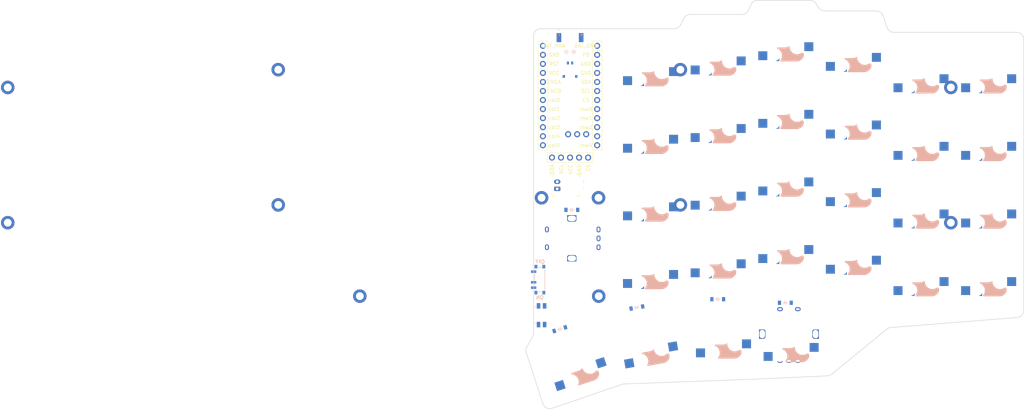
<source format=kicad_pcb>
(kicad_pcb (version 20240108) (generator "ergogen") (generator_version "4.1.0")
  (title_block (title "right") (date "2025-04-17") (rev "v1.0.0") (company "Unknown"))
  (layers (0 "F.Cu" signal) (31 "B.Cu" signal) (34 "B.Paste" user) (35 "F.Paste" user) (36 "B.SilkS" user "B.Silkscreen") (37 "F.SilkS" user "F.Silkscreen") (38 "B.Mask" user) (39 "F.Mask" user) (44 "Edge.Cuts" user))
  (net 0 "")
  (net 1 "col0")
  (net 2 "mirror_outer_bottom")
  (net 3 "GND")
  (net 4 "D1")
  (net 5 "D2")
  (net 6 "mirror_outer_home")
  (net 7 "mirror_outer_top")
  (net 8 "mirror_outer_num")
  (net 9 "col1")
  (net 10 "mirror_pinky_bottom")
  (net 11 "mirror_pinky_home")
  (net 12 "mirror_pinky_top")
  (net 13 "mirror_pinky_num")
  (net 14 "col2")
  (net 15 "mirror_ring_bottom")
  (net 16 "mirror_ring_home")
  (net 17 "mirror_ring_top")
  (net 18 "mirror_ring_num")
  (net 19 "col3")
  (net 20 "mirror_middle_bottom")
  (net 21 "mirror_middle_home")
  (net 22 "mirror_middle_top")
  (net 23 "mirror_middle_num")
  (net 24 "col4")
  (net 25 "mirror_index_bottom")
  (net 26 "mirror_index_home")
  (net 27 "mirror_index_top")
  (net 28 "mirror_index_num")
  (net 29 "col5")
  (net 30 "mirror_inner_bottom")
  (net 31 "mirror_inner_home")
  (net 32 "mirror_inner_top")
  (net 33 "mirror_inner_num")
  (net 34 "mirror_inner_cluster")
  (net 35 "mirror_home_cluster")
  (net 36 "mirror_layer_cluster")
  (net 37 "mirror_space_cluster")
  (net 38 "row3")
  (net 39 "row2")
  (net 40 "row1")
  (net 41 "row0")
  (net 42 "row4")
  (net 43 "mirror_scrollwheel_enc")
  (net 44 "scrollwheel_enc")
  (net 45 "ENCA")
  (net 46 "ENCB")
  (net 47 "ENCC")
  (net 48 "ENCD")
  (net 49 "BAT_RAW")
  (net 50 "RST")
  (net 51 "VCC")
  (net 52 "BAT_GND")
  (net 53 "P0")
  (net 54 "SDA")
  (net 55 "SCL")
  (net 56 "CS")
  (net 57 "P107")
  (net 58 "MCU1_24")
  (net 59 "MCU1_1")
  (net 60 "MCU1_23")
  (net 61 "MCU1_2")
  (net 62 "MCU1_22")
  (net 63 "MCU1_3")
  (net 64 "MCU1_21")
  (net 65 "MCU1_4")
  (net 66 "MCU1_20")
  (net 67 "MCU1_5")
  (net 68 "MCU1_19")
  (net 69 "MCU1_6")
  (net 70 "MCU1_18")
  (net 71 "MCU1_7")
  (net 72 "MCU1_17")
  (net 73 "MCU1_8")
  (net 74 "MCU1_16")
  (net 75 "MCU1_9")
  (net 76 "MCU1_15")
  (net 77 "MCU1_10")
  (net 78 "MCU1_14")
  (net 79 "MCU1_11")
  (net 80 "MCU1_13")
  (net 81 "MCU1_12")
  (net 82 "ON_P")
  (net 83 "PAD_3")
  (net 84 "PAD_4")
  (net 85 "PAD_5")
  (net 86 "DISP1_1")
  (net 87 "DISP1_2")
  (net 88 "DISP1_4")
  (net 89 "DISP1_5")
  (net 90 "JST1_1")
  (net 91 "JST1_2")
  (footprint "ceoloide:switch_mx" (layer "B.Cu") (at 335 131 -180)
    (property "Reference" "S1" hide)
    (pad "" np_thru_hole circle (at 0 0 -180) (size 4.1 4.1) (drill 4.1) (layers "*.Cu" "*.Mask"))
    (pad "" np_thru_hole circle (at 5.08 0 -180) (size 1.9 1.9) (drill 1.9) (layers "*.Cu" "*.Mask"))
    (pad "" np_thru_hole circle (at -5.08 0 -180) (size 1.9 1.9) (drill 1.9) (layers "*.Cu" "*.Mask"))
    (pad "" np_thru_hole circle (at 2.54 -5.08 180) (size 3 3) (drill 3) (layers "F&B.Cu" "*.Mask"))
    (pad "" np_thru_hole circle (at -3.81 -2.54 180) (size 3 3) (drill 3) (layers "F&B.Cu" "*.Mask"))
    (pad "1" smd rect (at -7.085 -2.54 -180) (size 2.55 2.5) (layers "B.Cu" "B.Paste" "B.Mask") (net 1 "col0"))
    (pad "2" smd rect (at 5.842 -5.08 -180) (size 2.55 2.5) (layers "B.Cu" "B.Paste" "B.Mask") (net 2 "mirror_outer_bottom"))
  )
  (footprint "ceoloide:switch_mx" (layer "B.Cu") (at 335 112 -180)
    (property "Reference" "S2" hide)
    (pad "" np_thru_hole circle (at 0 0 -180) (size 4.1 4.1) (drill 4.1) (layers "*.Cu" "*.Mask"))
    (pad "" np_thru_hole circle (at 5.08 0 -180) (size 1.9 1.9) (drill 1.9) (layers "*.Cu" "*.Mask"))
    (pad "" np_thru_hole circle (at -5.08 0 -180) (size 1.9 1.9) (drill 1.9) (layers "*.Cu" "*.Mask"))
    (pad "" np_thru_hole circle (at 2.54 -5.08 180) (size 3 3) (drill 3) (layers "F&B.Cu" "*.Mask"))
    (pad "" np_thru_hole circle (at -3.81 -2.54 180) (size 3 3) (drill 3) (layers "F&B.Cu" "*.Mask"))
    (pad "1" smd rect (at -7.085 -2.54 -180) (size 2.55 2.5) (layers "B.Cu" "B.Paste" "B.Mask") (net 1 "col0"))
    (pad "2" smd rect (at 5.842 -5.08 -180) (size 2.55 2.5) (layers "B.Cu" "B.Paste" "B.Mask") (net 6 "mirror_outer_home"))
  )
  (footprint "ceoloide:switch_mx" (layer "B.Cu") (at 335 93 -180)
    (property "Reference" "S3" hide)
    (pad "" np_thru_hole circle (at 0 0 -180) (size 4.1 4.1) (drill 4.1) (layers "*.Cu" "*.Mask"))
    (pad "" np_thru_hole circle (at 5.08 0 -180) (size 1.9 1.9) (drill 1.9) (layers "*.Cu" "*.Mask"))
    (pad "" np_thru_hole circle (at -5.08 0 -180) (size 1.9 1.9) (drill 1.9) (layers "*.Cu" "*.Mask"))
    (pad "" np_thru_hole circle (at 2.54 -5.08 180) (size 3 3) (drill 3) (layers "F&B.Cu" "*.Mask"))
    (pad "" np_thru_hole circle (at -3.81 -2.54 180) (size 3 3) (drill 3) (layers "F&B.Cu" "*.Mask"))
    (pad "1" smd rect (at -7.085 -2.54 -180) (size 2.55 2.5) (layers "B.Cu" "B.Paste" "B.Mask") (net 1 "col0"))
    (pad "2" smd rect (at 5.842 -5.08 -180) (size 2.55 2.5) (layers "B.Cu" "B.Paste" "B.Mask") (net 7 "mirror_outer_top"))
  )
  (footprint "ceoloide:switch_mx" (layer "B.Cu") (at 335 74 -180)
    (property "Reference" "S4" hide)
    (pad "" np_thru_hole circle (at 0 0 -180) (size 4.1 4.1) (drill 4.1) (layers "*.Cu" "*.Mask"))
    (pad "" np_thru_hole circle (at 5.08 0 -180) (size 1.9 1.9) (drill 1.9) (layers "*.Cu" "*.Mask"))
    (pad "" np_thru_hole circle (at -5.08 0 -180) (size 1.9 1.9) (drill 1.9) (layers "*.Cu" "*.Mask"))
    (pad "" np_thru_hole circle (at 2.54 -5.08 180) (size 3 3) (drill 3) (layers "F&B.Cu" "*.Mask"))
    (pad "" np_thru_hole circle (at -3.81 -2.54 180) (size 3 3) (drill 3) (layers "F&B.Cu" "*.Mask"))
    (pad "1" smd rect (at -7.085 -2.54 -180) (size 2.55 2.5) (layers "B.Cu" "B.Paste" "B.Mask") (net 1 "col0"))
    (pad "2" smd rect (at 5.842 -5.08 -180) (size 2.55 2.5) (layers "B.Cu" "B.Paste" "B.Mask") (net 8 "mirror_outer_num"))
  )
  (footprint "ceoloide:switch_mx" (layer "B.Cu") (at 316 131 -180)
    (property "Reference" "S5" hide)
    (pad "" np_thru_hole circle (at 0 0 -180) (size 4.1 4.1) (drill 4.1) (layers "*.Cu" "*.Mask"))
    (pad "" np_thru_hole circle (at 5.08 0 -180) (size 1.9 1.9) (drill 1.9) (layers "*.Cu" "*.Mask"))
    (pad "" np_thru_hole circle (at -5.08 0 -180) (size 1.9 1.9) (drill 1.9) (layers "*.Cu" "*.Mask"))
    (pad "" np_thru_hole circle (at 2.54 -5.08 180) (size 3 3) (drill 3) (layers "F&B.Cu" "*.Mask"))
    (pad "" np_thru_hole circle (at -3.81 -2.54 180) (size 3 3) (drill 3) (layers "F&B.Cu" "*.Mask"))
    (pad "1" smd rect (at -7.085 -2.54 -180) (size 2.55 2.5) (layers "B.Cu" "B.Paste" "B.Mask") (net 9 "col1"))
    (pad "2" smd rect (at 5.842 -5.08 -180) (size 2.55 2.5) (layers "B.Cu" "B.Paste" "B.Mask") (net 10 "mirror_pinky_bottom"))
  )
  (footprint "ceoloide:switch_mx" (layer "B.Cu") (at 316 112 -180)
    (property "Reference" "S6" hide)
    (pad "" np_thru_hole circle (at 0 0 -180) (size 4.1 4.1) (drill 4.1) (layers "*.Cu" "*.Mask"))
    (pad "" np_thru_hole circle (at 5.08 0 -180) (size 1.9 1.9) (drill 1.9) (layers "*.Cu" "*.Mask"))
    (pad "" np_thru_hole circle (at -5.08 0 -180) (size 1.9 1.9) (drill 1.9) (layers "*.Cu" "*.Mask"))
    (pad "" np_thru_hole circle (at 2.54 -5.08 180) (size 3 3) (drill 3) (layers "F&B.Cu" "*.Mask"))
    (pad "" np_thru_hole circle (at -3.81 -2.54 180) (size 3 3) (drill 3) (layers "F&B.Cu" "*.Mask"))
    (pad "1" smd rect (at -7.085 -2.54 -180) (size 2.55 2.5) (layers "B.Cu" "B.Paste" "B.Mask") (net 9 "col1"))
    (pad "2" smd rect (at 5.842 -5.08 -180) (size 2.55 2.5) (layers "B.Cu" "B.Paste" "B.Mask") (net 11 "mirror_pinky_home"))
  )
  (footprint "ceoloide:switch_mx" (layer "B.Cu") (at 316 93 -180)
    (property "Reference" "S7" hide)
    (pad "" np_thru_hole circle (at 0 0 -180) (size 4.1 4.1) (drill 4.1) (layers "*.Cu" "*.Mask"))
    (pad "" np_thru_hole circle (at 5.08 0 -180) (size 1.9 1.9) (drill 1.9) (layers "*.Cu" "*.Mask"))
    (pad "" np_thru_hole circle (at -5.08 0 -180) (size 1.9 1.9) (drill 1.9) (layers "*.Cu" "*.Mask"))
    (pad "" np_thru_hole circle (at 2.54 -5.08 180) (size 3 3) (drill 3) (layers "F&B.Cu" "*.Mask"))
    (pad "" np_thru_hole circle (at -3.81 -2.54 180) (size 3 3) (drill 3) (layers "F&B.Cu" "*.Mask"))
    (pad "1" smd rect (at -7.085 -2.54 -180) (size 2.55 2.5) (layers "B.Cu" "B.Paste" "B.Mask") (net 9 "col1"))
    (pad "2" smd rect (at 5.842 -5.08 -180) (size 2.55 2.5) (layers "B.Cu" "B.Paste" "B.Mask") (net 12 "mirror_pinky_top"))
  )
  (footprint "ceoloide:switch_mx" (layer "B.Cu") (at 316 74 -180)
    (property "Reference" "S8" hide)
    (pad "" np_thru_hole circle (at 0 0 -180) (size 4.1 4.1) (drill 4.1) (layers "*.Cu" "*.Mask"))
    (pad "" np_thru_hole circle (at 5.08 0 -180) (size 1.9 1.9) (drill 1.9) (layers "*.Cu" "*.Mask"))
    (pad "" np_thru_hole circle (at -5.08 0 -180) (size 1.9 1.9) (drill 1.9) (layers "*.Cu" "*.Mask"))
    (pad "" np_thru_hole circle (at 2.54 -5.08 180) (size 3 3) (drill 3) (layers "F&B.Cu" "*.Mask"))
    (pad "" np_thru_hole circle (at -3.81 -2.54 180) (size 3 3) (drill 3) (layers "F&B.Cu" "*.Mask"))
    (pad "1" smd rect (at -7.085 -2.54 -180) (size 2.55 2.5) (layers "B.Cu" "B.Paste" "B.Mask") (net 9 "col1"))
    (pad "2" smd rect (at 5.842 -5.08 -180) (size 2.55 2.5) (layers "B.Cu" "B.Paste" "B.Mask") (net 13 "mirror_pinky_num"))
  )
  (footprint "ceoloide:switch_mx" (layer "B.Cu") (at 297 125 -180)
    (property "Reference" "S9" hide)
    (pad "" np_thru_hole circle (at 0 0 -180) (size 4.1 4.1) (drill 4.1) (layers "*.Cu" "*.Mask"))
    (pad "" np_thru_hole circle (at 5.08 0 -180) (size 1.9 1.9) (drill 1.9) (layers "*.Cu" "*.Mask"))
    (pad "" np_thru_hole circle (at -5.08 0 -180) (size 1.9 1.9) (drill 1.9) (layers "*.Cu" "*.Mask"))
    (pad "" np_thru_hole circle (at 2.54 -5.08 180) (size 3 3) (drill 3) (layers "F&B.Cu" "*.Mask"))
    (pad "" np_thru_hole circle (at -3.81 -2.54 180) (size 3 3) (drill 3) (layers "F&B.Cu" "*.Mask"))
    (pad "1" smd rect (at -7.085 -2.54 -180) (size 2.55 2.5) (layers "B.Cu" "B.Paste" "B.Mask") (net 14 "col2"))
    (pad "2" smd rect (at 5.842 -5.08 -180) (size 2.55 2.5) (layers "B.Cu" "B.Paste" "B.Mask") (net 15 "mirror_ring_bottom"))
  )
  (footprint "ceoloide:switch_mx" (layer "B.Cu") (at 297 106 -180)
    (property "Reference" "S10" hide)
    (pad "" np_thru_hole circle (at 0 0 -180) (size 4.1 4.1) (drill 4.1) (layers "*.Cu" "*.Mask"))
    (pad "" np_thru_hole circle (at 5.08 0 -180) (size 1.9 1.9) (drill 1.9) (layers "*.Cu" "*.Mask"))
    (pad "" np_thru_hole circle (at -5.08 0 -180) (size 1.9 1.9) (drill 1.9) (layers "*.Cu" "*.Mask"))
    (pad "" np_thru_hole circle (at 2.54 -5.08 180) (size 3 3) (drill 3) (layers "F&B.Cu" "*.Mask"))
    (pad "" np_thru_hole circle (at -3.81 -2.54 180) (size 3 3) (drill 3) (layers "F&B.Cu" "*.Mask"))
    (pad "1" smd rect (at -7.085 -2.54 -180) (size 2.55 2.5) (layers "B.Cu" "B.Paste" "B.Mask") (net 14 "col2"))
    (pad "2" smd rect (at 5.842 -5.08 -180) (size 2.55 2.5) (layers "B.Cu" "B.Paste" "B.Mask") (net 16 "mirror_ring_home"))
  )
  (footprint "ceoloide:switch_mx" (layer "B.Cu") (at 297 87 -180)
    (property "Reference" "S11" hide)
    (pad "" np_thru_hole circle (at 0 0 -180) (size 4.1 4.1) (drill 4.1) (layers "*.Cu" "*.Mask"))
    (pad "" np_thru_hole circle (at 5.08 0 -180) (size 1.9 1.9) (drill 1.9) (layers "*.Cu" "*.Mask"))
    (pad "" np_thru_hole circle (at -5.08 0 -180) (size 1.9 1.9) (drill 1.9) (layers "*.Cu" "*.Mask"))
    (pad "" np_thru_hole circle (at 2.54 -5.08 180) (size 3 3) (drill 3) (layers "F&B.Cu" "*.Mask"))
    (pad "" np_thru_hole circle (at -3.81 -2.54 180) (size 3 3) (drill 3) (layers "F&B.Cu" "*.Mask"))
    (pad "1" smd rect (at -7.085 -2.54 -180) (size 2.55 2.5) (layers "B.Cu" "B.Paste" "B.Mask") (net 14 "col2"))
    (pad "2" smd rect (at 5.842 -5.08 -180) (size 2.55 2.5) (layers "B.Cu" "B.Paste" "B.Mask") (net 17 "mirror_ring_top"))
  )
  (footprint "ceoloide:switch_mx" (layer "B.Cu") (at 297 68 -180)
    (property "Reference" "S12" hide)
    (pad "" np_thru_hole circle (at 0 0 -180) (size 4.1 4.1) (drill 4.1) (layers "*.Cu" "*.Mask"))
    (pad "" np_thru_hole circle (at 5.08 0 -180) (size 1.9 1.9) (drill 1.9) (layers "*.Cu" "*.Mask"))
    (pad "" np_thru_hole circle (at -5.08 0 -180) (size 1.9 1.9) (drill 1.9) (layers "*.Cu" "*.Mask"))
    (pad "" np_thru_hole circle (at 2.54 -5.08 180) (size 3 3) (drill 3) (layers "F&B.Cu" "*.Mask"))
    (pad "" np_thru_hole circle (at -3.81 -2.54 180) (size 3 3) (drill 3) (layers "F&B.Cu" "*.Mask"))
    (pad "1" smd rect (at -7.085 -2.54 -180) (size 2.55 2.5) (layers "B.Cu" "B.Paste" "B.Mask") (net 14 "col2"))
    (pad "2" smd rect (at 5.842 -5.08 -180) (size 2.55 2.5) (layers "B.Cu" "B.Paste" "B.Mask") (net 18 "mirror_ring_num"))
  )
  (footprint "ceoloide:switch_mx" (layer "B.Cu") (at 278 122 -180)
    (property "Reference" "S13" hide)
    (pad "" np_thru_hole circle (at 0 0 -180) (size 4.1 4.1) (drill 4.1) (layers "*.Cu" "*.Mask"))
    (pad "" np_thru_hole circle (at 5.08 0 -180) (size 1.9 1.9) (drill 1.9) (layers "*.Cu" "*.Mask"))
    (pad "" np_thru_hole circle (at -5.08 0 -180) (size 1.9 1.9) (drill 1.9) (layers "*.Cu" "*.Mask"))
    (pad "" np_thru_hole circle (at 2.54 -5.08 180) (size 3 3) (drill 3) (layers "F&B.Cu" "*.Mask"))
    (pad "" np_thru_hole circle (at -3.81 -2.54 180) (size 3 3) (drill 3) (layers "F&B.Cu" "*.Mask"))
    (pad "1" smd rect (at -7.085 -2.54 -180) (size 2.55 2.5) (layers "B.Cu" "B.Paste" "B.Mask") (net 19 "col3"))
    (pad "2" smd rect (at 5.842 -5.08 -180) (size 2.55 2.5) (layers "B.Cu" "B.Paste" "B.Mask") (net 20 "mirror_middle_bottom"))
  )
  (footprint "ceoloide:switch_mx" (layer "B.Cu") (at 278 103 -180)
    (property "Reference" "S14" hide)
    (pad "" np_thru_hole circle (at 0 0 -180) (size 4.1 4.1) (drill 4.1) (layers "*.Cu" "*.Mask"))
    (pad "" np_thru_hole circle (at 5.08 0 -180) (size 1.9 1.9) (drill 1.9) (layers "*.Cu" "*.Mask"))
    (pad "" np_thru_hole circle (at -5.08 0 -180) (size 1.9 1.9) (drill 1.9) (layers "*.Cu" "*.Mask"))
    (pad "" np_thru_hole circle (at 2.54 -5.08 180) (size 3 3) (drill 3) (layers "F&B.Cu" "*.Mask"))
    (pad "" np_thru_hole circle (at -3.81 -2.54 180) (size 3 3) (drill 3) (layers "F&B.Cu" "*.Mask"))
    (pad "1" smd rect (at -7.085 -2.54 -180) (size 2.55 2.5) (layers "B.Cu" "B.Paste" "B.Mask") (net 19 "col3"))
    (pad "2" smd rect (at 5.842 -5.08 -180) (size 2.55 2.5) (layers "B.Cu" "B.Paste" "B.Mask") (net 21 "mirror_middle_home"))
  )
  (footprint "ceoloide:switch_mx" (layer "B.Cu") (at 278 84 -180)
    (property "Reference" "S15" hide)
    (pad "" np_thru_hole circle (at 0 0 -180) (size 4.1 4.1) (drill 4.1) (layers "*.Cu" "*.Mask"))
    (pad "" np_thru_hole circle (at 5.08 0 -180) (size 1.9 1.9) (drill 1.9) (layers "*.Cu" "*.Mask"))
    (pad "" np_thru_hole circle (at -5.08 0 -180) (size 1.9 1.9) (drill 1.9) (layers "*.Cu" "*.Mask"))
    (pad "" np_thru_hole circle (at 2.54 -5.08 180) (size 3 3) (drill 3) (layers "F&B.Cu" "*.Mask"))
    (pad "" np_thru_hole circle (at -3.81 -2.54 180) (size 3 3) (drill 3) (layers "F&B.Cu" "*.Mask"))
    (pad "1" smd rect (at -7.085 -2.54 -180) (size 2.55 2.5) (layers "B.Cu" "B.Paste" "B.Mask") (net 19 "col3"))
    (pad "2" smd rect (at 5.842 -5.08 -180) (size 2.55 2.5) (layers "B.Cu" "B.Paste" "B.Mask") (net 22 "mirror_middle_top"))
  )
  (footprint "ceoloide:switch_mx" (layer "B.Cu") (at 278 65 -180)
    (property "Reference" "S16" hide)
    (pad "" np_thru_hole circle (at 0 0 -180) (size 4.1 4.1) (drill 4.1) (layers "*.Cu" "*.Mask"))
    (pad "" np_thru_hole circle (at 5.08 0 -180) (size 1.9 1.9) (drill 1.9) (layers "*.Cu" "*.Mask"))
    (pad "" np_thru_hole circle (at -5.08 0 -180) (size 1.9 1.9) (drill 1.9) (layers "*.Cu" "*.Mask"))
    (pad "" np_thru_hole circle (at 2.54 -5.08 180) (size 3 3) (drill 3) (layers "F&B.Cu" "*.Mask"))
    (pad "" np_thru_hole circle (at -3.81 -2.54 180) (size 3 3) (drill 3) (layers "F&B.Cu" "*.Mask"))
    (pad "1" smd rect (at -7.085 -2.54 -180) (size 2.55 2.5) (layers "B.Cu" "B.Paste" "B.Mask") (net 19 "col3"))
    (pad "2" smd rect (at 5.842 -5.08 -180) (size 2.55 2.5) (layers "B.Cu" "B.Paste" "B.Mask") (net 23 "mirror_middle_num"))
  )
  (footprint "ceoloide:switch_mx" (layer "B.Cu") (at 259 126 -180)
    (property "Reference" "S17" hide)
    (pad "" np_thru_hole circle (at 0 0 -180) (size 4.1 4.1) (drill 4.1) (layers "*.Cu" "*.Mask"))
    (pad "" np_thru_hole circle (at 5.08 0 -180) (size 1.9 1.9) (drill 1.9) (layers "*.Cu" "*.Mask"))
    (pad "" np_thru_hole circle (at -5.08 0 -180) (size 1.9 1.9) (drill 1.9) (layers "*.Cu" "*.Mask"))
    (pad "" np_thru_hole circle (at 2.54 -5.08 180) (size 3 3) (drill 3) (layers "F&B.Cu" "*.Mask"))
    (pad "" np_thru_hole circle (at -3.81 -2.54 180) (size 3 3) (drill 3) (layers "F&B.Cu" "*.Mask"))
    (pad "1" smd rect (at -7.085 -2.54 -180) (size 2.55 2.5) (layers "B.Cu" "B.Paste" "B.Mask") (net 24 "col4"))
    (pad "2" smd rect (at 5.842 -5.08 -180) (size 2.55 2.5) (layers "B.Cu" "B.Paste" "B.Mask") (net 25 "mirror_index_bottom"))
  )
  (footprint "ceoloide:switch_mx" (layer "B.Cu") (at 259 107 -180)
    (property "Reference" "S18" hide)
    (pad "" np_thru_hole circle (at 0 0 -180) (size 4.1 4.1) (drill 4.1) (layers "*.Cu" "*.Mask"))
    (pad "" np_thru_hole circle (at 5.08 0 -180) (size 1.9 1.9) (drill 1.9) (layers "*.Cu" "*.Mask"))
    (pad "" np_thru_hole circle (at -5.08 0 -180) (size 1.9 1.9) (drill 1.9) (layers "*.Cu" "*.Mask"))
    (pad "" np_thru_hole circle (at 2.54 -5.08 180) (size 3 3) (drill 3) (layers "F&B.Cu" "*.Mask"))
    (pad "" np_thru_hole circle (at -3.81 -2.54 180) (size 3 3) (drill 3) (layers "F&B.Cu" "*.Mask"))
    (pad "1" smd rect (at -7.085 -2.54 -180) (size 2.55 2.5) (layers "B.Cu" "B.Paste" "B.Mask") (net 24 "col4"))
    (pad "2" smd rect (at 5.842 -5.08 -180) (size 2.55 2.5) (layers "B.Cu" "B.Paste" "B.Mask") (net 26 "mirror_index_home"))
  )
  (footprint "ceoloide:switch_mx" (layer "B.Cu") (at 259 88 -180)
    (property "Reference" "S19" hide)
    (pad "" np_thru_hole circle (at 0 0 -180) (size 4.1 4.1) (drill 4.1) (layers "*.Cu" "*.Mask"))
    (pad "" np_thru_hole circle (at 5.08 0 -180) (size 1.9 1.9) (drill 1.9) (layers "*.Cu" "*.Mask"))
    (pad "" np_thru_hole circle (at -5.08 0 -180) (size 1.9 1.9) (drill 1.9) (layers "*.Cu" "*.Mask"))
    (pad "" np_thru_hole circle (at 2.54 -5.08 180) (size 3 3) (drill 3) (layers "F&B.Cu" "*.Mask"))
    (pad "" np_thru_hole circle (at -3.81 -2.54 180) (size 3 3) (drill 3) (layers "F&B.Cu" "*.Mask"))
    (pad "1" smd rect (at -7.085 -2.54 -180) (size 2.55 2.5) (layers "B.Cu" "B.Paste" "B.Mask") (net 24 "col4"))
    (pad "2" smd rect (at 5.842 -5.08 -180) (size 2.55 2.5) (layers "B.Cu" "B.Paste" "B.Mask") (net 27 "mirror_index_top"))
  )
  (footprint "ceoloide:switch_mx" (layer "B.Cu") (at 259 69 -180)
    (property "Reference" "S20" hide)
    (pad "" np_thru_hole circle (at 0 0 -180) (size 4.1 4.1) (drill 4.1) (layers "*.Cu" "*.Mask"))
    (pad "" np_thru_hole circle (at 5.08 0 -180) (size 1.9 1.9) (drill 1.9) (layers "*.Cu" "*.Mask"))
    (pad "" np_thru_hole circle (at -5.08 0 -180) (size 1.9 1.9) (drill 1.9) (layers "*.Cu" "*.Mask"))
    (pad "" np_thru_hole circle (at 2.54 -5.08 180) (size 3 3) (drill 3) (layers "F&B.Cu" "*.Mask"))
    (pad "" np_thru_hole circle (at -3.81 -2.54 180) (size 3 3) (drill 3) (layers "F&B.Cu" "*.Mask"))
    (pad "1" smd rect (at -7.085 -2.54 -180) (size 2.55 2.5) (layers "B.Cu" "B.Paste" "B.Mask") (net 24 "col4"))
    (pad "2" smd rect (at 5.842 -5.08 -180) (size 2.55 2.5) (layers "B.Cu" "B.Paste" "B.Mask") (net 28 "mirror_index_num"))
  )
  (footprint "ceoloide:switch_mx" (layer "B.Cu") (at 240 129 -180)
    (property "Reference" "S21" hide)
    (pad "" np_thru_hole circle (at 0 0 -180) (size 4.1 4.1) (drill 4.1) (layers "*.Cu" "*.Mask"))
    (pad "" np_thru_hole circle (at 5.08 0 -180) (size 1.9 1.9) (drill 1.9) (layers "*.Cu" "*.Mask"))
    (pad "" np_thru_hole circle (at -5.08 0 -180) (size 1.9 1.9) (drill 1.9) (layers "*.Cu" "*.Mask"))
    (pad "" np_thru_hole circle (at 2.54 -5.08 180) (size 3 3) (drill 3) (layers "F&B.Cu" "*.Mask"))
    (pad "" np_thru_hole circle (at -3.81 -2.54 180) (size 3 3) (drill 3) (layers "F&B.Cu" "*.Mask"))
    (pad "1" smd rect (at -7.085 -2.54 -180) (size 2.55 2.5) (layers "B.Cu" "B.Paste" "B.Mask") (net 29 "col5"))
    (pad "2" smd rect (at 5.842 -5.08 -180) (size 2.55 2.5) (layers "B.Cu" "B.Paste" "B.Mask") (net 30 "mirror_inner_bottom"))
  )
  (footprint "ceoloide:switch_mx" (layer "B.Cu") (at 240 110 -180)
    (property "Reference" "S22" hide)
    (pad "" np_thru_hole circle (at 0 0 -180) (size 4.1 4.1) (drill 4.1) (layers "*.Cu" "*.Mask"))
    (pad "" np_thru_hole circle (at 5.08 0 -180) (size 1.9 1.9) (drill 1.9) (layers "*.Cu" "*.Mask"))
    (pad "" np_thru_hole circle (at -5.08 0 -180) (size 1.9 1.9) (drill 1.9) (layers "*.Cu" "*.Mask"))
    (pad "" np_thru_hole circle (at 2.54 -5.08 180) (size 3 3) (drill 3) (layers "F&B.Cu" "*.Mask"))
    (pad "" np_thru_hole circle (at -3.81 -2.54 180) (size 3 3) (drill 3) (layers "F&B.Cu" "*.Mask"))
    (pad "1" smd rect (at -7.085 -2.54 -180) (size 2.55 2.5) (layers "B.Cu" "B.Paste" "B.Mask") (net 29 "col5"))
    (pad "2" smd rect (at 5.842 -5.08 -180) (size 2.55 2.5) (layers "B.Cu" "B.Paste" "B.Mask") (net 31 "mirror_inner_home"))
  )
  (footprint "ceoloide:switch_mx" (layer "B.Cu") (at 240 91 -180)
    (property "Reference" "S23" hide)
    (pad "" np_thru_hole circle (at 0 0 -180) (size 4.1 4.1) (drill 4.1) (layers "*.Cu" "*.Mask"))
    (pad "" np_thru_hole circle (at 5.08 0 -180) (size 1.9 1.9) (drill 1.9) (layers "*.Cu" "*.Mask"))
    (pad "" np_thru_hole circle (at -5.08 0 -180) (size 1.9 1.9) (drill 1.9) (layers "*.Cu" "*.Mask"))
    (pad "" np_thru_hole circle (at 2.54 -5.08 180) (size 3 3) (drill 3) (layers "F&B.Cu" "*.Mask"))
    (pad "" np_thru_hole circle (at -3.81 -2.54 180) (size 3 3) (drill 3) (layers "F&B.Cu" "*.Mask"))
    (pad "1" smd rect (at -7.085 -2.54 -180) (size 2.55 2.5) (layers "B.Cu" "B.Paste" "B.Mask") (net 29 "col5"))
    (pad "2" smd rect (at 5.842 -5.08 -180) (size 2.55 2.5) (layers "B.Cu" "B.Paste" "B.Mask") (net 32 "mirror_inner_top"))
  )
  (footprint "ceoloide:switch_mx" (layer "B.Cu") (at 240 72 -180)
    (property "Reference" "S24" hide)
    (pad "" np_thru_hole circle (at 0 0 -180) (size 4.1 4.1) (drill 4.1) (layers "*.Cu" "*.Mask"))
    (pad "" np_thru_hole circle (at 5.08 0 -180) (size 1.9 1.9) (drill 1.9) (layers "*.Cu" "*.Mask"))
    (pad "" np_thru_hole circle (at -5.08 0 -180) (size 1.9 1.9) (drill 1.9) (layers "*.Cu" "*.Mask"))
    (pad "" np_thru_hole circle (at 2.54 -5.08 180) (size 3 3) (drill 3) (layers "F&B.Cu" "*.Mask"))
    (pad "" np_thru_hole circle (at -3.81 -2.54 180) (size 3 3) (drill 3) (layers "F&B.Cu" "*.Mask"))
    (pad "1" smd rect (at -7.085 -2.54 -180) (size 2.55 2.5) (layers "B.Cu" "B.Paste" "B.Mask") (net 29 "col5"))
    (pad "2" smd rect (at 5.842 -5.08 -180) (size 2.55 2.5) (layers "B.Cu" "B.Paste" "B.Mask") (net 33 "mirror_inner_num"))
  )
  (footprint "ceoloide:switch_mx" (layer "B.Cu") (at 279.5 149.5 -180)
    (property "Reference" "S25" hide)
    (pad "" np_thru_hole circle (at 0 0 -180) (size 4.1 4.1) (drill 4.1) (layers "*.Cu" "*.Mask"))
    (pad "" np_thru_hole circle (at 5.08 0 -180) (size 1.9 1.9) (drill 1.9) (layers "*.Cu" "*.Mask"))
    (pad "" np_thru_hole circle (at -5.08 0 -180) (size 1.9 1.9) (drill 1.9) (layers "*.Cu" "*.Mask"))
    (pad "" np_thru_hole circle (at 2.54 -5.08 180) (size 3 3) (drill 3) (layers "F&B.Cu" "*.Mask"))
    (pad "" np_thru_hole circle (at -3.81 -2.54 180) (size 3 3) (drill 3) (layers "F&B.Cu" "*.Mask"))
    (pad "1" smd rect (at -7.085 -2.54 -180) (size 2.55 2.5) (layers "B.Cu" "B.Paste" "B.Mask") (net 14 "col2"))
    (pad "2" smd rect (at 5.842 -5.08 -180) (size 2.55 2.5) (layers "B.Cu" "B.Paste" "B.Mask") (net 34 "mirror_inner_cluster"))
  )
  (footprint "ceoloide:switch_mx" (layer "B.Cu") (at 260.5 148.5 -180)
    (property "Reference" "S26" hide)
    (pad "" np_thru_hole circle (at 0 0 -180) (size 4.1 4.1) (drill 4.1) (layers "*.Cu" "*.Mask"))
    (pad "" np_thru_hole circle (at 5.08 0 -180) (size 1.9 1.9) (drill 1.9) (layers "*.Cu" "*.Mask"))
    (pad "" np_thru_hole circle (at -5.08 0 -180) (size 1.9 1.9) (drill 1.9) (layers "*.Cu" "*.Mask"))
    (pad "" np_thru_hole circle (at 2.54 -5.08 180) (size 3 3) (drill 3) (layers "F&B.Cu" "*.Mask"))
    (pad "" np_thru_hole circle (at -3.81 -2.54 180) (size 3 3) (drill 3) (layers "F&B.Cu" "*.Mask"))
    (pad "1" smd rect (at -7.085 -2.54 -180) (size 2.55 2.5) (layers "B.Cu" "B.Paste" "B.Mask") (net 19 "col3"))
    (pad "2" smd rect (at 5.842 -5.08 -180) (size 2.55 2.5) (layers "B.Cu" "B.Paste" "B.Mask") (net 35 "mirror_home_cluster"))
  )
  (footprint "ceoloide:switch_mx" (layer "B.Cu") (at 239.5 150.5 -170)
    (property "Reference" "S27" hide)
    (pad "" np_thru_hole circle (at 0 0 -170) (size 4.1 4.1) (drill 4.1) (layers "*.Cu" "*.Mask"))
    (pad "" np_thru_hole circle (at 5.08 0 -170) (size 1.9 1.9) (drill 1.9) (layers "*.Cu" "*.Mask"))
    (pad "" np_thru_hole circle (at -5.08 0 -170) (size 1.9 1.9) (drill 1.9) (layers "*.Cu" "*.Mask"))
    (pad "" np_thru_hole circle (at 2.54 -5.08 180) (size 3 3) (drill 3) (layers "F&B.Cu" "*.Mask"))
    (pad "" np_thru_hole circle (at -3.81 -2.54 180) (size 3 3) (drill 3) (layers "F&B.Cu" "*.Mask"))
    (pad "1" smd rect (at -7.085 -2.54 -170) (size 2.55 2.5) (layers "B.Cu" "B.Paste" "B.Mask") (net 24 "col4"))
    (pad "2" smd rect (at 5.842 -5.08 -170) (size 2.55 2.5) (layers "B.Cu" "B.Paste" "B.Mask") (net 36 "mirror_layer_cluster"))
  )
  (footprint "ceoloide:switch_mx" (layer "B.Cu") (at 219.1663335 156.1162272 -162)
    (property "Reference" "S28" hide)
    (pad "" np_thru_hole circle (at 0 0 -162) (size 4.1 4.1) (drill 4.1) (layers "*.Cu" "*.Mask"))
    (pad "" np_thru_hole circle (at 5.08 0 -162) (size 1.9 1.9) (drill 1.9) (layers "*.Cu" "*.Mask"))
    (pad "" np_thru_hole circle (at -5.08 0 -162) (size 1.9 1.9) (drill 1.9) (layers "*.Cu" "*.Mask"))
    (pad "" np_thru_hole circle (at 2.54 -5.08 180) (size 3 3) (drill 3) (layers "F&B.Cu" "*.Mask"))
    (pad "" np_thru_hole circle (at -3.81 -2.54 180) (size 3 3) (drill 3) (layers "F&B.Cu" "*.Mask"))
    (pad "1" smd rect (at -7.085 -2.54 -162) (size 2.55 2.5) (layers "B.Cu" "B.Paste" "B.Mask") (net 29 "col5"))
    (pad "2" smd rect (at 5.842 -5.08 -162) (size 2.55 2.5) (layers "B.Cu" "B.Paste" "B.Mask") (net 37 "mirror_space_cluster"))
  )
  (footprint "ceoloide:diode_tht_sod123" (layer "B.Cu") (at 335 137 0)
    (property "Reference" "D1" hide)
    (pad "1" smd rect (at -1.65 0 0) (size 0.9 1.2) (layers "B.Cu" "B.Paste" "B.Mask") (net 38 "row3"))
    (pad "2" smd rect (at 1.65 0 0) (size 0.9 1.2) (layers "B.Cu" "B.Paste" "B.Mask") (net 2 "mirror_outer_bottom"))
  )
  (footprint "ceoloide:diode_tht_sod123" (layer "B.Cu") (at 335 118 0)
    (property "Reference" "D2" hide)
    (pad "1" smd rect (at -1.65 0 0) (size 0.9 1.2) (layers "B.Cu" "B.Paste" "B.Mask") (net 39 "row2"))
    (pad "2" smd rect (at 1.65 0 0) (size 0.9 1.2) (layers "B.Cu" "B.Paste" "B.Mask") (net 6 "mirror_outer_home"))
  )
  (footprint "ceoloide:diode_tht_sod123" (layer "B.Cu") (at 335 99 0)
    (property "Reference" "D3" hide)
    (pad "1" smd rect (at -1.65 0 0) (size 0.9 1.2) (layers "B.Cu" "B.Paste" "B.Mask") (net 40 "row1"))
    (pad "2" smd rect (at 1.65 0 0) (size 0.9 1.2) (layers "B.Cu" "B.Paste" "B.Mask") (net 7 "mirror_outer_top"))
  )
  (footprint "ceoloide:diode_tht_sod123" (layer "B.Cu") (at 335 80 0)
    (property "Reference" "D4" hide)
    (pad "1" smd rect (at -1.65 0 0) (size 0.9 1.2) (layers "B.Cu" "B.Paste" "B.Mask") (net 41 "row0"))
    (pad "2" smd rect (at 1.65 0 0) (size 0.9 1.2) (layers "B.Cu" "B.Paste" "B.Mask") (net 8 "mirror_outer_num"))
  )
  (footprint "ceoloide:diode_tht_sod123" (layer "B.Cu") (at 316 137 0)
    (property "Reference" "D5" hide)
    (pad "1" smd rect (at -1.65 0 0) (size 0.9 1.2) (layers "B.Cu" "B.Paste" "B.Mask") (net 38 "row3"))
    (pad "2" smd rect (at 1.65 0 0) (size 0.9 1.2) (layers "B.Cu" "B.Paste" "B.Mask") (net 10 "mirror_pinky_bottom"))
  )
  (footprint "ceoloide:diode_tht_sod123" (layer "B.Cu") (at 316 118 0)
    (property "Reference" "D6" hide)
    (pad "1" smd rect (at -1.65 0 0) (size 0.9 1.2) (layers "B.Cu" "B.Paste" "B.Mask") (net 39 "row2"))
    (pad "2" smd rect (at 1.65 0 0) (size 0.9 1.2) (layers "B.Cu" "B.Paste" "B.Mask") (net 11 "mirror_pinky_home"))
  )
  (footprint "ceoloide:diode_tht_sod123" (layer "B.Cu") (at 316 99 0)
    (property "Reference" "D7" hide)
    (pad "1" smd rect (at -1.65 0 0) (size 0.9 1.2) (layers "B.Cu" "B.Paste" "B.Mask") (net 40 "row1"))
    (pad "2" smd rect (at 1.65 0 0) (size 0.9 1.2) (layers "B.Cu" "B.Paste" "B.Mask") (net 12 "mirror_pinky_top"))
  )
  (footprint "ceoloide:diode_tht_sod123" (layer "B.Cu") (at 316 80 0)
    (property "Reference" "D8" hide)
    (pad "1" smd rect (at -1.65 0 0) (size 0.9 1.2) (layers "B.Cu" "B.Paste" "B.Mask") (net 41 "row0"))
    (pad "2" smd rect (at 1.65 0 0) (size 0.9 1.2) (layers "B.Cu" "B.Paste" "B.Mask") (net 13 "mirror_pinky_num"))
  )
  (footprint "ceoloide:diode_tht_sod123" (layer "B.Cu") (at 297 131 0)
    (property "Reference" "D9" hide)
    (pad "1" smd rect (at -1.65 0 0) (size 0.9 1.2) (layers "B.Cu" "B.Paste" "B.Mask") (net 38 "row3"))
    (pad "2" smd rect (at 1.65 0 0) (size 0.9 1.2) (layers "B.Cu" "B.Paste" "B.Mask") (net 15 "mirror_ring_bottom"))
  )
  (footprint "ceoloide:diode_tht_sod123" (layer "B.Cu") (at 297 112 0)
    (property "Reference" "D10" hide)
    (pad "1" smd rect (at -1.65 0 0) (size 0.9 1.2) (layers "B.Cu" "B.Paste" "B.Mask") (net 39 "row2"))
    (pad "2" smd rect (at 1.65 0 0) (size 0.9 1.2) (layers "B.Cu" "B.Paste" "B.Mask") (net 16 "mirror_ring_home"))
  )
  (footprint "ceoloide:diode_tht_sod123" (layer "B.Cu") (at 297 93 0)
    (property "Reference" "D11" hide)
    (pad "1" smd rect (at -1.65 0 0) (size 0.9 1.2) (layers "B.Cu" "B.Paste" "B.Mask") (net 40 "row1"))
    (pad "2" smd rect (at 1.65 0 0) (size 0.9 1.2) (layers "B.Cu" "B.Paste" "B.Mask") (net 17 "mirror_ring_top"))
  )
  (footprint "ceoloide:diode_tht_sod123" (layer "B.Cu") (at 297 74 0)
    (property "Reference" "D12" hide)
    (pad "1" smd rect (at -1.65 0 0) (size 0.9 1.2) (layers "B.Cu" "B.Paste" "B.Mask") (net 41 "row0"))
    (pad "2" smd rect (at 1.65 0 0) (size 0.9 1.2) (layers "B.Cu" "B.Paste" "B.Mask") (net 18 "mirror_ring_num"))
  )
  (footprint "ceoloide:diode_tht_sod123" (layer "B.Cu") (at 278 128 0)
    (property "Reference" "D13" hide)
    (pad "1" smd rect (at -1.65 0 0) (size 0.9 1.2) (layers "B.Cu" "B.Paste" "B.Mask") (net 38 "row3"))
    (pad "2" smd rect (at 1.65 0 0) (size 0.9 1.2) (layers "B.Cu" "B.Paste" "B.Mask") (net 20 "mirror_middle_bottom"))
  )
  (footprint "ceoloide:diode_tht_sod123" (layer "B.Cu") (at 278 109 0)
    (property "Reference" "D14" hide)
    (pad "1" smd rect (at -1.65 0 0) (size 0.9 1.2) (layers "B.Cu" "B.Paste" "B.Mask") (net 39 "row2"))
    (pad "2" smd rect (at 1.65 0 0) (size 0.9 1.2) (layers "B.Cu" "B.Paste" "B.Mask") (net 21 "mirror_middle_home"))
  )
  (footprint "ceoloide:diode_tht_sod123" (layer "B.Cu") (at 278 90 0)
    (property "Reference" "D15" hide)
    (pad "1" smd rect (at -1.65 0 0) (size 0.9 1.2) (layers "B.Cu" "B.Paste" "B.Mask") (net 40 "row1"))
    (pad "2" smd rect (at 1.65 0 0) (size 0.9 1.2) (layers "B.Cu" "B.Paste" "B.Mask") (net 22 "mirror_middle_top"))
  )
  (footprint "ceoloide:diode_tht_sod123" (layer "B.Cu") (at 278 71 0)
    (property "Reference" "D16" hide)
    (pad "1" smd rect (at -1.65 0 0) (size 0.9 1.2) (layers "B.Cu" "B.Paste" "B.Mask") (net 41 "row0"))
    (pad "2" smd rect (at 1.65 0 0) (size 0.9 1.2) (layers "B.Cu" "B.Paste" "B.Mask") (net 23 "mirror_middle_num"))
  )
  (footprint "ceoloide:diode_tht_sod123" (layer "B.Cu") (at 259 132 0)
    (property "Reference" "D17" hide)
    (pad "1" smd rect (at -1.65 0 0) (size 0.9 1.2) (layers "B.Cu" "B.Paste" "B.Mask") (net 38 "row3"))
    (pad "2" smd rect (at 1.65 0 0) (size 0.9 1.2) (layers "B.Cu" "B.Paste" "B.Mask") (net 25 "mirror_index_bottom"))
  )
  (footprint "ceoloide:diode_tht_sod123" (layer "B.Cu") (at 259 113 0)
    (property "Reference" "D18" hide)
    (pad "1" smd rect (at -1.65 0 0) (size 0.9 1.2) (layers "B.Cu" "B.Paste" "B.Mask") (net 39 "row2"))
    (pad "2" smd rect (at 1.65 0 0) (size 0.9 1.2) (layers "B.Cu" "B.Paste" "B.Mask") (net 26 "mirror_index_home"))
  )
  (footprint "ceoloide:diode_tht_sod123" (layer "B.Cu") (at 259 94 0)
    (property "Reference" "D19" hide)
    (pad "1" smd rect (at -1.65 0 0) (size 0.9 1.2) (layers "B.Cu" "B.Paste" "B.Mask") (net 40 "row1"))
    (pad "2" smd rect (at 1.65 0 0) (size 0.9 1.2) (layers "B.Cu" "B.Paste" "B.Mask") (net 27 "mirror_index_top"))
  )
  (footprint "ceoloide:diode_tht_sod123" (layer "B.Cu") (at 259 75 0)
    (property "Reference" "D20" hide)
    (pad "1" smd rect (at -1.65 0 0) (size 0.9 1.2) (layers "B.Cu" "B.Paste" "B.Mask") (net 41 "row0"))
    (pad "2" smd rect (at 1.65 0 0) (size 0.9 1.2) (layers "B.Cu" "B.Paste" "B.Mask") (net 28 "mirror_index_num"))
  )
  (footprint "ceoloide:diode_tht_sod123" (layer "B.Cu") (at 240 135 0)
    (property "Reference" "D21" hide)
    (pad "1" smd rect (at -1.65 0 0) (size 0.9 1.2) (layers "B.Cu" "B.Paste" "B.Mask") (net 38 "row3"))
    (pad "2" smd rect (at 1.65 0 0) (size 0.9 1.2) (layers "B.Cu" "B.Paste" "B.Mask") (net 30 "mirror_inner_bottom"))
  )
  (footprint "ceoloide:diode_tht_sod123" (layer "B.Cu") (at 240 116 0)
    (property "Reference" "D22" hide)
    (pad "1" smd rect (at -1.65 0 0) (size 0.9 1.2) (layers "B.Cu" "B.Paste" "B.Mask") (net 39 "row2"))
    (pad "2" smd rect (at 1.65 0 0) (size 0.9 1.2) (layers "B.Cu" "B.Paste" "B.Mask") (net 31 "mirror_inner_home"))
  )
  (footprint "ceoloide:diode_tht_sod123" (layer "B.Cu") (at 240 97 0)
    (property "Reference" "D23" hide)
    (pad "1" smd rect (at -1.65 0 0) (size 0.9 1.2) (layers "B.Cu" "B.Paste" "B.Mask") (net 40 "row1"))
    (pad "2" smd rect (at 1.65 0 0) (size 0.9 1.2) (layers "B.Cu" "B.Paste" "B.Mask") (net 32 "mirror_inner_top"))
  )
  (footprint "ceoloide:diode_tht_sod123" (layer "B.Cu") (at 240 78 0)
    (property "Reference" "D24" hide)
    (pad "1" smd rect (at -1.65 0 0) (size 0.9 1.2) (layers "B.Cu" "B.Paste" "B.Mask") (net 41 "row0"))
    (pad "2" smd rect (at 1.65 0 0) (size 0.9 1.2) (layers "B.Cu" "B.Paste" "B.Mask") (net 33 "mirror_inner_num"))
  )
  (footprint "ceoloide:diode_tht_sod123" (layer "B.Cu") (at 278.5 139.5 0)
    (property "Reference" "D25" hide)
    (pad "1" smd rect (at -1.65 0 0) (size 0.9 1.2) (layers "B.Cu" "B.Paste" "B.Mask") (net 42 "row4"))
    (pad "2" smd rect (at 1.65 0 0) (size 0.9 1.2) (layers "B.Cu" "B.Paste" "B.Mask") (net 34 "mirror_inner_cluster"))
  )
  (footprint "ceoloide:diode_tht_sod123" (layer "B.Cu") (at 259.5 138.5 0)
    (property "Reference" "D26" hide)
    (pad "1" smd rect (at -1.65 0 0) (size 0.9 1.2) (layers "B.Cu" "B.Paste" "B.Mask") (net 42 "row4"))
    (pad "2" smd rect (at 1.65 0 0) (size 0.9 1.2) (layers "B.Cu" "B.Paste" "B.Mask") (net 35 "mirror_home_cluster"))
  )
  (footprint "ceoloide:diode_tht_sod123" (layer "B.Cu") (at 236.7787105 140.8255706 10)
    (property "Reference" "D27" hide)
    (pad "1" smd rect (at -1.65 0 10) (size 0.9 1.2) (layers "B.Cu" "B.Paste" "B.Mask") (net 42 "row4"))
    (pad "2" smd rect (at 1.65 0 10) (size 0.9 1.2) (layers "B.Cu" "B.Paste" "B.Mask") (net 36 "mirror_layer_cluster"))
  )
  (footprint "ceoloide:diode_tht_sod123" (layer "B.Cu") (at 215.125107 146.914679 18)
    (property "Reference" "D28" hide)
    (pad "1" smd rect (at -1.65 0 18) (size 0.9 1.2) (layers "B.Cu" "B.Paste" "B.Mask") (net 42 "row4"))
    (pad "2" smd rect (at 1.65 0 18) (size 0.9 1.2) (layers "B.Cu" "B.Paste" "B.Mask") (net 37 "mirror_space_cluster"))
  )
  (footprint "ceoloide:diode_tht_sod123" (layer "B.Cu") (at 218.5 113.4 0)
    (property "Reference" "D29" hide)
    (pad "1" smd rect (at -1.65 0 0) (size 0.9 1.2) (layers "B.Cu" "B.Paste" "B.Mask") (net 39 "row2"))
    (pad "2" smd rect (at 1.65 0 0) (size 0.9 1.2) (layers "B.Cu" "B.Paste" "B.Mask") (net 43 "mirror_scrollwheel_enc"))
  )
  (footprint "ceoloide:rotary_encoder_ec11_ec12" (layer "F.Cu") (at 218.5 121.4 -270)
    (property "Reference" "RE1" hide)
    (pad "A" thru_hole oval (at 2.5 7.5 -270) (size 1.6 1.1) (drill oval 1 0.5) (layers "*.Cu" "F.Mask") (net 45 "ENCA"))
    (pad "B" thru_hole oval (at 0 7.5 -270) (size 1.6 1.1) (drill oval 1 0.5) (layers "*.Cu" "F.Mask") (net 3 "GND"))
    (pad "C" thru_hole oval (at -2.5 7.5 -270) (size 1.6 1.1) (drill oval 1 0.5) (layers "*.Cu" "F.Mask") (net 46 "ENCB"))
    (pad "S1" thru_hole oval (at -2.5 -7 -270) (size 1.6 1.1) (drill oval 1 0.5) (layers "*.Cu" "F.Mask") (net 29 "col5"))
    (pad "S2" thru_hole oval (at 2.5 -7 -270) (size 1.6 1.1) (drill oval 1 0.5) (layers "*.Cu" "F.Mask") (net 44 "scrollwheel_enc"))
    (pad "" thru_hole roundrect (at -5.6 0 -360) (size 2.5999999999999996 1.8) (drill oval 2.3 1.5) (layers "*.Cu" "*.Mask") (roundrect_rratio 0) (chamfer_ratio 0.2) (chamfer top_right top_left))
    (pad "" thru_hole roundrect (at 5.6 0 -360) (size 2.5999999999999996 1.8) (drill oval 2.3 1.5) (layers "*.Cu" "*.Mask") (roundrect_rratio 0) (chamfer_ratio 0.2) (chamfer bottom_right bottom_left))
  )
  (footprint "ceoloide:rotary_encoder_ec11_ec12" (layer "F.Cu") (at 279.5 148.3 0)
    (property "Reference" "RE2" hide)
    (pad "A" thru_hole oval (at 2.5 7.5 0) (size 1.6 1.1) (drill oval 1 0.5) (layers "*.Cu" "F.Mask") (net 47 "ENCC"))
    (pad "B" thru_hole oval (at 0 7.5 0) (size 1.6 1.1) (drill oval 1 0.5) (layers "*.Cu" "F.Mask") (net 3 "GND"))
    (pad "C" thru_hole oval (at -2.5 7.5 0) (size 1.6 1.1) (drill oval 1 0.5) (layers "*.Cu" "F.Mask") (net 48 "ENCD"))
    (pad "S1" thru_hole oval (at -2.5 -7 0) (size 1.6 1.1) (drill oval 1 0.5) (layers "*.Cu" "F.Mask") (net 14 "col2"))
    (pad "S2" thru_hole oval (at 2.5 -7 0) (size 1.6 1.1) (drill oval 1 0.5) (layers "*.Cu" "F.Mask") (net 34 "mirror_inner_cluster"))
    (pad "" thru_hole roundrect (at -7.5 0 -90) (size 2.5999999999999996 1.8) (drill oval 2.3 1.5) (layers "*.Cu" "*.Mask") (roundrect_rratio 0) (chamfer_ratio 0.2) (chamfer top_right top_left))
    (pad "" thru_hole roundrect (at 7.5 0 -90) (size 2.5999999999999996 1.8) (drill oval 2.3 1.5) (layers "*.Cu" "*.Mask") (roundrect_rratio 0) (chamfer_ratio 0.2) (chamfer bottom_right bottom_left))
  )
  (footprint "ceoloide:mcu_supermini_nrf52840" (layer "F.Cu") (at 218 80 0)
    (property "Reference" "MCU1" hide)
    (pad "24" thru_hole circle (at -7.62 -12.7 0) (size 1.7 1.7) (drill 1) (layers "*.Cu" "*.Mask") (net 49 "BAT_RAW"))
    (pad "1" thru_hole circle (at 7.62 -12.7 0) (size 1.7 1.7) (drill 1) (layers "*.Cu" "*.Mask") (net 52 "BAT_GND"))
    (fp_text user "BAT_RAW" (at -4.47 -12.7 0) (layer "F.SilkS"))
    (fp_text user "BAT_GND" (at 4.47 -12.7 0) (layer "F.SilkS"))
    (pad "23" thru_hole circle (at -7.62 -10.16 0) (size 1.7 1.7) (drill 1) (layers "*.Cu" "*.Mask") (net 3 "GND"))
    (pad "2" thru_hole circle (at 7.62 -10.16 0) (size 1.7 1.7) (drill 1) (layers "*.Cu" "*.Mask") (net 53 "P0"))
    (fp_text user "GND" (at -4.47 -10.16 0) (layer "F.SilkS"))
    (fp_text user "P0" (at 4.47 -10.16 0) (layer "F.SilkS"))
    (pad "22" thru_hole circle (at -7.62 -7.619999999999999 0) (size 1.7 1.7) (drill 1) (layers "*.Cu" "*.Mask") (net 50 "RST"))
    (pad "3" thru_hole circle (at 7.62 -7.619999999999999 0) (size 1.7 1.7) (drill 1) (layers "*.Cu" "*.Mask") (net 3 "GND"))
    (fp_text user "RST" (at -4.47 -7.619999999999999 0) (layer "F.SilkS"))
    (fp_text user "GND" (at 4.47 -7.619999999999999 0) (layer "F.SilkS"))
    (pad "21" thru_hole circle (at -7.62 -5.079999999999999 0) (size 1.7 1.7) (drill 1) (layers "*.Cu" "*.Mask") (net 51 "VCC"))
    (pad "4" thru_hole circle (at 7.62 -5.079999999999999 0) (size 1.7 1.7) (drill 1) (layers "*.Cu" "*.Mask") (net 3 "GND"))
    (fp_text user "VCC" (at -4.47 -5.079999999999999 0) (layer "F.SilkS"))
    (fp_text user "GND" (at 4.47 -5.079999999999999 0) (layer "F.SilkS"))
    (pad "20" thru_hole circle (at -7.62 -2.539999999999999 0) (size 1.7 1.7) (drill 1) (layers "*.Cu" "*.Mask") (net 45 "ENCA"))
    (pad "5" thru_hole circle (at 7.62 -2.539999999999999 0) (size 1.7 1.7) (drill 1) (layers "*.Cu" "*.Mask") (net 54 "SDA"))
    (fp_text user "ENCA" (at -4.47 -2.539999999999999 0) (layer "F.SilkS"))
    (fp_text user "SDA" (at 4.47 -2.539999999999999 0) (layer "F.SilkS"))
    (pad "19" thru_hole circle (at -7.62 0 0) (size 1.7 1.7) (drill 1) (layers "*.Cu" "*.Mask") (net 46 "ENCB"))
    (pad "6" thru_hole circle (at 7.62 0 0) (size 1.7 1.7) (drill 1) (layers "*.Cu" "*.Mask") (net 55 "SCL"))
    (fp_text user "ENCB" (at -4.47 0 0) (layer "F.SilkS"))
    (fp_text user "SCL" (at 4.47 0 0) (layer "F.SilkS"))
    (pad "18" thru_hole circle (at -7.62 2.540000000000001 0) (size 1.7 1.7) (drill 1) (layers "*.Cu" "*.Mask") (net 1 "col0"))
    (pad "7" thru_hole circle (at 7.62 2.540000000000001 0) (size 1.7 1.7) (drill 1) (layers "*.Cu" "*.Mask") (net 56 "CS"))
    (fp_text user "col0" (at -4.47 2.540000000000001 0) (layer "F.SilkS"))
    (fp_text user "CS" (at 4.47 2.540000000000001 0) (layer "F.SilkS"))
    (pad "17" thru_hole circle (at -7.62 5.080000000000002 0) (size 1.7 1.7) (drill 1) (layers "*.Cu" "*.Mask") (net 9 "col1"))
    (pad "8" thru_hole circle (at 7.62 5.080000000000002 0) (size 1.7 1.7) (drill 1) (layers "*.Cu" "*.Mask") (net 41 "row0"))
    (fp_text user "col1" (at -4.47 5.080000000000002 0) (layer "F.SilkS"))
    (fp_text user "row0" (at 4.47 5.080000000000002 0) (layer "F.SilkS"))
    (pad "16" thru_hole circle (at -7.62 7.620000000000001 0) (size 1.7 1.7) (drill 1) (layers "*.Cu" "*.Mask") (net 14 "col2"))
    (pad "9" thru_hole circle (at 7.62 7.620000000000001 0) (size 1.7 1.7) (drill 1) (layers "*.Cu" "*.Mask") (net 40 "row1"))
    (fp_text user "col2" (at -4.47 7.620000000000001 0) (layer "F.SilkS"))
    (fp_text user "row1" (at 4.47 7.620000000000001 0) (layer "F.SilkS"))
    (pad "15" thru_hole circle (at -7.62 10.16 0) (size 1.7 1.7) (drill 1) (layers "*.Cu" "*.Mask") (net 19 "col3"))
    (pad "10" thru_hole circle (at 7.62 10.16 0) (size 1.7 1.7) (drill 1) (layers "*.Cu" "*.Mask") (net 39 "row2"))
    (fp_text user "col3" (at -4.47 10.16 0) (layer "F.SilkS"))
    (fp_text user "row2" (at 4.47 10.16 0) (layer "F.SilkS"))
    (pad "14" thru_hole circle (at -7.62 12.7 0) (size 1.7 1.7) (drill 1) (layers "*.Cu" "*.Mask") (net 24 "col4"))
    (pad "11" thru_hole circle (at 7.62 12.7 0) (size 1.7 1.7) (drill 1) (layers "*.Cu" "*.Mask") (net 38 "row3"))
    (fp_text user "col4" (at -4.47 12.7 0) (layer "F.SilkS"))
    (pad "13" thru_hole circle (at -7.62 15.240000000000002 0) (size 1.7 1.7) (drill 1) (layers "*.Cu" "*.Mask") (net 29 "col5"))
    (pad "12" thru_hole circle (at 7.62 15.240000000000002 0) (size 1.7 1.7) (drill 1) (layers "*.Cu" "*.Mask") (net 42 "row4"))
    (fp_text user "col5" (at -4.47 15.240000000000002 0) (layer "F.SilkS"))
    (fp_text user "row4" (at 4.47 15.240000000000002 0) (layer "F.SilkS"))
    (pad "25" thru_hole circle (at 4.54 12.145199999999999 0) (size 1.7 1.7) (drill 1) (layers "*.Cu" "*.Mask") (net 47 "ENCC"))
    (pad "26" thru_hole circle (at 2.00 12.145199999999999 0) (size 1.7 1.7) (drill 1) (layers "*.Cu" "*.Mask") (net 48 "ENCD"))
    (pad "27" thru_hole circle (at -0.54 12.145199999999999 0) (size 1.7 1.7) (drill 1) (layers "*.Cu" "*.Mask") (net 57 "P107"))
  )
  (module pads (layer F.Cu) (at 218 65 0)
    (fp_text reference "PAD1" hide)
    (pad 1 smd rect (at -3.125 0 0) (size 1.25 2.5) (layers F.Cu F.Paste F.Mask) (net 82 "ON_P"))
    (fp_text user "+" (at -3.125 -1.45 90) (layer F.SilkS) (effects (font (thickness 0.1)) (justify left)))
    (pad 2 smd rect (at 3.125 0 0) (size 1.25 2.5) (layers F.Cu F.Paste F.Mask) (net 52 "BAT_GND"))
    (fp_text user "-" (at 3.125 -1.45 90) (layer F.SilkS) (effects (font (thickness 0.1)) (justify left)))
    (pad 1 smd rect (at -3.125 0 0) (size 1.25 2.5) (layers B.Cu B.Paste B.Mask) (net 52 "BAT_GND"))
    (fp_text user "-" (at -3.125 -1.45 90) (layer B.SilkS) (effects (font (thickness 0.1)) (justify left mirror)))
    (pad 2 smd rect (at 3.125 0 0) (size 1.25 2.5) (layers B.Cu B.Paste B.Mask) (net 82 "ON_P"))
    (fp_text user "+" (at 3.125 -1.45 90) (layer B.SilkS) (effects (font (thickness 0.1)) (justify left mirror)))
  )
  (footprint "ceoloide:display_nice_view" (layer F.Cu) (at 218 82 0)
    (property "Reference" "DISP1" hide)
    (fp_text user "SDA" (at -5.08 18.5 90) (layer "F.SilkS") (effects (justify right)))
    (fp_text user "SCL" (at -2.48 18.5 90) (layer "F.SilkS") (effects (justify right)))
    (fp_text user "VCC" (at 0.15 18.5 90) (layer "F.SilkS") (effects (justify right)))
    (fp_text user "GND" (at 2.62 18.5 90) (layer "F.SilkS") (effects (justify right)))
    (fp_text user "CS" (at 5.12 18.5 90) (layer "F.SilkS") (effects (justify right)))
    (pad "1" thru_hole oval (at -5.08 16.7 270) (size 1.7 1.7) (drill 1) (layers "*.Cu" "*.Mask") (net 54 "SDA"))
    (pad "2" thru_hole oval (at -2.54 16.7 270) (size 1.7 1.7) (drill 1) (layers "*.Cu" "*.Mask") (net 55 "SCL"))
    (pad "3" thru_hole oval (at 0 16.7 270) (size 1.7 1.7) (drill 1) (layers "*.Cu" "*.Mask") (net 51 "VCC"))
    (pad "4" thru_hole oval (at 2.54 16.7 270) (size 1.7 1.7) (drill 1) (layers "*.Cu" "*.Mask") (net 3 "GND"))
    (pad "5" thru_hole circle (at 5.08 16.7 270) (size 1.7 1.7) (drill 1) (layers "*.Cu" "*.Mask") (net 56 "CS"))
  )
  (footprint "ceoloide:power_switch_smd_side" (layer "B.Cu") (at 209.5 133 0)
    (property "Reference" "PWR1" hide)
    (pad "" smd rect (at -1.085 -3.65 270) (size 1 0.8) (layers "B.Cu" "B.Paste" "B.Mask"))
    (pad "" smd rect (at 1.125 -3.65 270) (size 1 0.8) (layers "B.Cu" "B.Paste" "B.Mask"))
    (pad "" smd rect (at -1.085 3.65 270) (size 1 0.8) (layers "B.Cu" "B.Paste" "B.Mask"))
    (pad "" smd rect (at 1.125 3.65 270) (size 1 0.8) (layers "B.Cu" "B.Paste" "B.Mask"))
    (pad "1" smd rect (at -1.735 -2.25 270) (size 0.7 1.5) (layers "B.Cu" "B.Paste" "B.Mask"))
    (pad "2" smd rect (at -1.735 0.75 270) (size 0.7 1.5) (layers "B.Cu" "B.Paste" "B.Mask") (net 49 "BAT_RAW"))
    (pad "3" smd rect (at -1.735 2.25 270) (size 0.7 1.5) (layers "B.Cu" "B.Paste" "B.Mask") (net 82 "ON_P"))
    (fp_text user "ON" (at 0 5 0) (layer "B.SilkS") (effects (justify mirror)))
    (fp_text user "OFF" (at 0 -5 0) (layer "B.SilkS") (effects (justify mirror)))
    (pad "" np_thru_hole circle (at 0.025 -1.5 90) (size 0.9 0.9) (drill 0.9) (layers "*.Cu" "*.Mask"))
    (pad "" np_thru_hole circle (at 0.025 1.5 90) (size 0.9 0.9) (drill 0.9) (layers "*.Cu" "*.Mask"))
  )
  (footprint "ceoloide:battery_connector_molex_pico_ezmate_1x02" (layer "B.Cu") (at 218 74 0)
    (property "Reference" "CONN1" hide)
    (pad "" smd roundrect (at 1.75 1.9 180) (size 0.7 0.8) (layers "B.Cu" "B.Paste" "B.Mask"))
    (pad "" smd roundrect (at -1.75 1.9 180) (size 0.7 0.8) (layers "B.Cu" "B.Paste" "B.Mask"))
    (pad "1" smd roundrect (at 0.6 -1.875 180) (size 0.6 0.85) (layers "B.Cu" "B.Paste" "B.Mask") (net 82 "ON_P"))
    (pad "2" smd roundrect (at -0.6 -1.875 180) (size 0.6 0.85) (layers "B.Cu" "B.Paste" "B.Mask") (net 52 "BAT_GND"))
  )
  (footprint "ceoloide:battery_connector_jst_ph_2" (layer "F.Cu") (at 214.4 106.5 -270)
    (property "Reference" "JST1" hide)
    (pad "1" thru_hole roundrect (at -1 0 -270) (size 1.2 1.75) (drill 0.75) (layers "*.Cu" "*.Mask") (roundrect_rratio 0.20) (net 52 "BAT_GND"))
    (pad "2" thru_hole oval (at 1 0 -270) (size 1.2 1.75) (drill 0.75) (layers "*.Cu" "*.Mask") (net 82 "ON_P"))
  )
  (module icon_bat (layer F.Cu) (at 218 69 0))
  (footprint "ceoloide:reset_switch_smd_side" (layer "B.Cu") (at 210 143 90)
    (property "Reference" "RST1" hide)
    (pad "" np_thru_hole circle (at 0 -1.375 270) (size 0.75 0.75) (drill 0.75) (layers "*.Cu" "*.Mask"))
    (pad "" np_thru_hole circle (at 0 1.375 270) (size 0.75 0.75) (drill 0.75) (layers "*.Cu" "*.Mask"))
    (pad "1" smd rect (at -2.625 -0.85 270) (size 1.55 1) (layers "B.Cu" "B.Paste" "B.Mask") (net 50 "RST"))
    (pad "2" smd rect (at -2.625 0.85 270) (size 1.55 1) (layers "B.Cu" "B.Paste" "B.Mask") (net 3 "GND"))
    (pad "3" smd rect (at 2.625 -0.85 270) (size 1.55 1) (layers "B.Cu" "B.Paste" "B.Mask") (net 50 "RST"))
    (pad "4" smd rect (at 2.625 0.85 270) (size 1.55 1) (layers "B.Cu" "B.Paste" "B.Mask") (net 3 "GND"))
  )
  (footprint "ceoloide:mounting_hole_plated" (layer "F.Cu") (at 60 79 0)
    (property "Reference" "H1" hide)
    (pad "" thru_hole circle (at 0 0 0) (size 3.8000000000000003 3.8000000000000003) (drill 2.2) (layers "*.Cu" "*.Mask"))
  )
  (footprint "ceoloide:mounting_hole_plated" (layer "F.Cu") (at 60 117 0)
    (property "Reference" "H2" hide)
    (pad "" thru_hole circle (at 0 0 0) (size 3.8000000000000003 3.8000000000000003) (drill 2.2) (layers "*.Cu" "*.Mask"))
  )
  (footprint "ceoloide:mounting_hole_plated" (layer "F.Cu") (at 136 74 0)
    (property "Reference" "H3" hide)
    (pad "" thru_hole circle (at 0 0 0) (size 3.8000000000000003 3.8000000000000003) (drill 2.2) (layers "*.Cu" "*.Mask"))
  )
  (footprint "ceoloide:mounting_hole_plated" (layer "F.Cu") (at 136 112 0)
    (property "Reference" "H4" hide)
    (pad "" thru_hole circle (at 0 0 0) (size 3.8000000000000003 3.8000000000000003) (drill 2.2) (layers "*.Cu" "*.Mask"))
  )
  (footprint "ceoloide:mounting_hole_plated" (layer "F.Cu") (at 158.9376079 137.6380137 -10)
    (property "Reference" "H5" hide)
    (pad "" thru_hole circle (at 0 0 -10) (size 3.8000000000000003 3.8000000000000003) (drill 2.2) (layers "*.Cu" "*.Mask"))
  )
  (footprint "ceoloide:mounting_hole_plated" (layer "F.Cu") (at 325 79 0)
    (property "Reference" "H6" hide)
    (pad "" thru_hole circle (at 0 0 0) (size 3.8000000000000003 3.8000000000000003) (drill 2.2) (layers "*.Cu" "*.Mask"))
  )
  (footprint "ceoloide:mounting_hole_plated" (layer "F.Cu") (at 325 117 0)
    (property "Reference" "H7" hide)
    (pad "" thru_hole circle (at 0 0 0) (size 3.8000000000000003 3.8000000000000003) (drill 2.2) (layers "*.Cu" "*.Mask"))
  )
  (footprint "ceoloide:mounting_hole_plated" (layer "F.Cu") (at 249 74 0)
    (property "Reference" "H8" hide)
    (pad "" thru_hole circle (at 0 0 0) (size 3.8000000000000003 3.8000000000000003) (drill 2.2) (layers "*.Cu" "*.Mask"))
  )
  (footprint "ceoloide:mounting_hole_plated" (layer "F.Cu") (at 249 112 0)
    (property "Reference" "H9" hide)
    (pad "" thru_hole circle (at 0 0 0) (size 3.8000000000000003 3.8000000000000003) (drill 2.2) (layers "*.Cu" "*.Mask"))
  )
  (footprint "ceoloide:mounting_hole_plated" (layer "F.Cu") (at 226.0623921 137.6380137 10)
    (property "Reference" "H10" hide)
    (pad "" thru_hole circle (at 0 0 10) (size 3.8000000000000003 3.8000000000000003) (drill 2.2) (layers "*.Cu" "*.Mask"))
  )
  (footprint "ceoloide:mounting_hole_plated" (layer "F.Cu") (at 226 110 0)
    (property "Reference" "H11" hide)
    (pad "" thru_hole circle (at 0 0 0) (size 3.8000000000000003 3.8000000000000003) (drill 2.2) (layers "*.Cu" "*.Mask"))
  )
  (footprint "ceoloide:mounting_hole_plated" (layer "F.Cu") (at 210 110 0)
    (property "Reference" "H12" hide)
    (pad "" thru_hole circle (at 0 0 0) (size 3.8000000000000003 3.8000000000000003) (drill 2.2) (layers "*.Cu" "*.Mask"))
  )
  (gr_line (start 345.5 141.65167172631575) (end 345.5 65.5) (layer Edge.Cuts) (stroke (width 0.15)))
  (gr_line (start 308.94151843333333 63.5) (end 343.5 63.5) (layer Edge.Cuts) (stroke (width 0.15)))
  (gr_line (start 307.0441518633333 62.132455589999836) (end 305.9558481366667 58.86754441000005) (layer Edge.Cuts) (stroke (width 0.15)))
  (gr_line (start 304.05848156666667 57.5) (end 289.57036753333335 57.5) (layer Edge.Cuts) (stroke (width 0.15)))
  (gr_line (start 287.90626693333337 56.60940040000003) (end 287.0937330666667 55.39059960000003) (layer Edge.Cuts) (stroke (width 0.15)))
  (gr_line (start 285.4296324666667 54.5) (end 270.736068 54.5) (layer Edge.Cuts) (stroke (width 0.15)))
  (gr_line (start 268.9472136 55.605572800000004) (end 268.0527864 57.394427199999996) (layer Edge.Cuts) (stroke (width 0.15)))
  (gr_line (start 266.263932 58.5) (end 251.736068 58.5) (layer Edge.Cuts) (stroke (width 0.15)))
  (gr_line (start 249.9472136 59.605572800000004) (end 249.0527864 61.394427199999996) (layer Edge.Cuts) (stroke (width 0.15)))
  (gr_line (start 247.263932 62.5) (end 209.75 62.5) (layer Edge.Cuts) (stroke (width 0.15)))
  (gr_line (start 207.75 147.98460002086637) (end 207.75 64.5) (layer Edge.Cuts) (stroke (width 0.15)))
  (gr_line (start 207.50090504231102 148.95120824422463) (end 205.85533265047218 151.9319824700649) (layer Edge.Cuts) (stroke (width 0.15)))
  (gr_line (start 205.70412469278313 153.5166246934233) (end 210.37109144828742 167.8800714477635) (layer Edge.Cuts) (stroke (width 0.15)))
  (gr_line (start 212.91929984828738 169.1548028477634) (end 232.67368713407865 162.41164318461773) (layer Edge.Cuts) (stroke (width 0.15)))
  (gr_line (start 233.24678933407867 162.30574098461776) (end 268.99109032902436 161.0003253895898) (layer Edge.Cuts) (stroke (width 0.15)))
  (gr_line (start 269.0089125333542 160.99959488484754) (end 290.3375653749181 160.03011066477643) (layer Edge.Cuts) (stroke (width 0.15)))
  (gr_line (start 291.5132255705882 159.58008816951877) (end 307.01527760258904 146.89659105242714) (layer Edge.Cuts) (stroke (width 0.15)))
  (gr_line (start 308.1243481947431 146.4507093530466) (end 343.6574050078458 143.6454680256964) (layer Edge.Cuts) (stroke (width 0.15)))
  (gr_arc (start 345.5 65.5) (mid 344.9142136 64.0857864) (end 343.5 63.5) (layer Edge.Cuts) (stroke (width 0.15)))
  (gr_arc (start 307.04415183333333 62.1324556) (mid 307.7720978333333 63.1224844) (end 308.94151843333333 63.5) (layer Edge.Cuts) (stroke (width 0.15)))
  (gr_arc (start 305.95584816666667 58.8675444) (mid 305.2279021666667 57.8775156) (end 304.05848156666667 57.5) (layer Edge.Cuts) (stroke (width 0.15)))
  (gr_arc (start 287.90626693333337 56.6094004) (mid 288.6266516333334 57.2633492) (end 289.57036753333335 57.5) (layer Edge.Cuts) (stroke (width 0.15)))
  (gr_arc (start 287.0937330666667 55.3905996) (mid 286.3733483666667 54.7366508) (end 285.4296324666667 54.5) (layer Edge.Cuts) (stroke (width 0.15)))
  (gr_arc (start 270.736068 54.5) (mid 269.6846058 54.7986984) (end 268.9472136 55.6055728) (layer Edge.Cuts) (stroke (width 0.15)))
  (gr_arc (start 266.263932 58.5) (mid 267.3153942 58.2013016) (end 268.0527864 57.3944272) (layer Edge.Cuts) (stroke (width 0.15)))
  (gr_arc (start 251.736068 58.5) (mid 250.68460579999999 58.7986984) (end 249.9472136 59.6055728) (layer Edge.Cuts) (stroke (width 0.15)))
  (gr_arc (start 247.263932 62.5) (mid 248.31539420000001 62.2013016) (end 249.0527864 61.3944272) (layer Edge.Cuts) (stroke (width 0.15)))
  (gr_arc (start 209.75 62.5) (mid 208.3357864 63.0857864) (end 207.75 64.5) (layer Edge.Cuts) (stroke (width 0.15)))
  (gr_arc (start 207.5009051 148.95120822086636) (mid 207.6867254 148.48369412086637) (end 207.75 147.98460002086637) (layer Edge.Cuts) (stroke (width 0.15)))
  (gr_arc (start 205.8553325927831 151.93198249342322) (mid 205.6152810927831 152.7086118934232) (end 205.70412469278313 153.5166247934232) (layer Edge.Cuts) (stroke (width 0.15)))
  (gr_arc (start 210.37109144828736 167.8800714477634) (mid 211.37842514828736 169.0507156477634) (end 212.91929984828738 169.15480274776343) (layer Edge.Cuts) (stroke (width 0.15)))
  (gr_arc (start 233.24678933407864 162.30574098461776) (mid 232.95636003407864 162.33770468461776) (end 232.67368713407865 162.41164318461776) (layer Edge.Cuts) (stroke (width 0.15)))
  (gr_arc (start 268.9910903290243 161.0003253895898) (mid 269.0000022290243 160.99997998958978) (end 269.0089125290243 160.9995948895898) (layer Edge.Cuts) (stroke (width 0.15)))
  (gr_arc (start 290.3375653705882 160.03011066951873) (mid 290.9617253705882 159.90000926951873) (end 291.5132255705882 159.58008816951875) (layer Edge.Cuts) (stroke (width 0.15)))
  (gr_arc (start 308.12434820258903 146.45070935242714) (mid 307.53572260258903 146.58885525242715) (end 307.01527760258904 146.89659105242714) (layer Edge.Cuts) (stroke (width 0.15)))
  (gr_arc (start 343.657405 143.64546802631577) (mid 344.9688107 143.00909392631576) (end 345.5 141.65167172631575) (layer Edge.Cuts) (stroke (width 0.15)))
)
</source>
